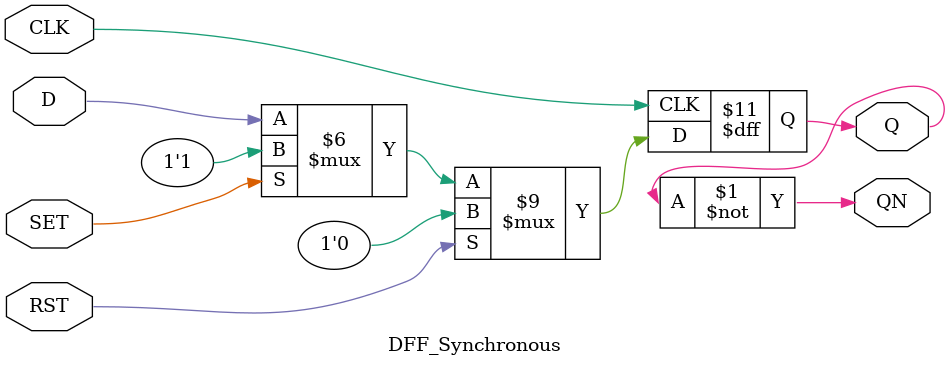
<source format=v>
`timescale 1ns / 1ps


module DFF_Synchronous(
    input D,SET,RST,CLK,
    output reg Q, output QN
    );
       
    assign QN = ~Q;
    
    always @( negedge CLK)
        begin
            if(RST == 1) Q <= 0;
            else if (SET == 1) Q <= 1;
            else Q <= D ;
         end
endmodule

</source>
